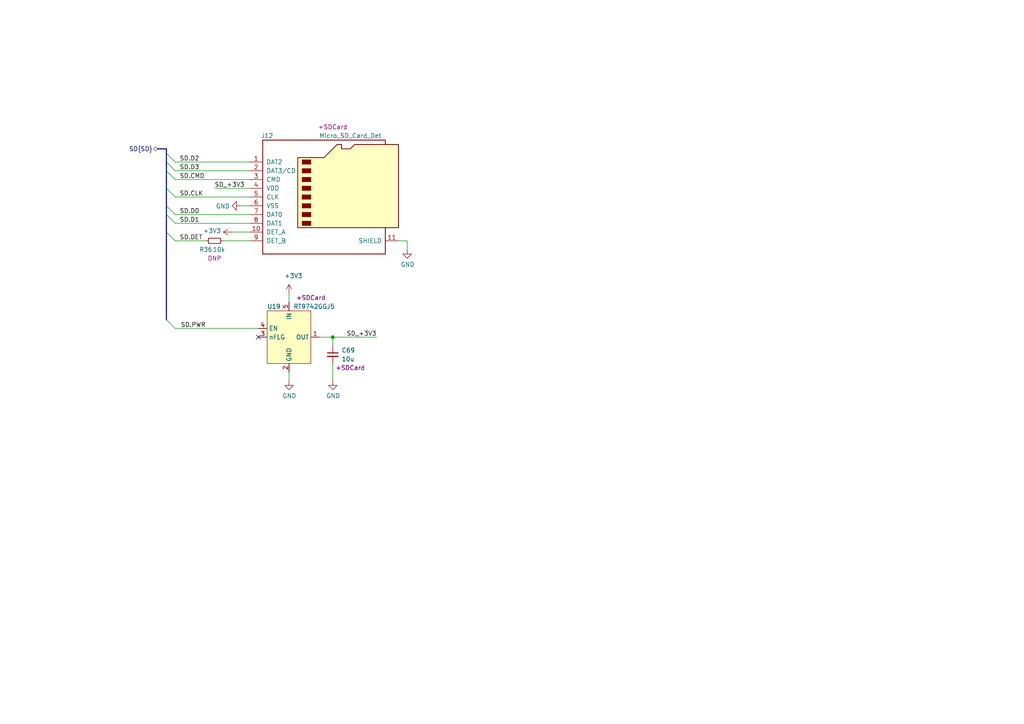
<source format=kicad_sch>
(kicad_sch (version 20201015) (generator eeschema)
  (paper "A4")
  (lib_symbols
    (symbol "Connector:Micro_SD_Card_Det" (pin_names (offset 1.016))
      (property "Reference" "J" (at -16.51 17.78 0))
      (property "Value" "Micro_SD_Card_Det" (at 16.51 17.78 0))
      (symbol "Micro_SD_Card_Det_0_1"
        (rectangle (start -7.62 -6.985) (end -5.08 -8.255) (fill (type outline)))
        (rectangle (start -7.62 -4.445) (end -5.08 -5.715) (fill (type outline)))
        (rectangle (start -7.62 -1.905) (end -5.08 -3.175) (fill (type outline)))
        (rectangle (start -7.62 0.635) (end -5.08 -0.635) (fill (type outline)))
        (rectangle (start -7.62 3.175) (end -5.08 1.905) (fill (type outline)))
        (rectangle (start -7.62 5.715) (end -5.08 4.445) (fill (type outline)))
        (rectangle (start -7.62 8.255) (end -5.08 6.985) (fill (type outline)))
        (rectangle (start -7.62 10.795) (end -5.08 9.525) (fill (type outline)))
        (polyline (pts (xy 16.51 15.24) (xy 16.51 16.51) (xy -19.05 16.51) (xy -19.05 -16.51) (xy 16.51 -16.51) (xy 16.51 -8.89)) (stroke (width 0.254)))
        (polyline (pts (xy -8.89 -8.89) (xy -8.89 11.43) (xy -1.27 11.43) (xy 2.54 15.24) (xy 3.81 15.24) (xy 3.81 13.97) (xy 6.35 13.97) (xy 7.62 15.24) (xy 20.32 15.24) (xy 20.32 -8.89) (xy -8.89 -8.89)) (stroke (width 0.254)) (fill (type background)))
      )
      (symbol "Micro_SD_Card_Det_1_1"
        (pin bidirectional line (at -22.86 10.16 0) (length 3.81) (name "DAT2") (number "1"))
        (pin passive line (at -22.86 -10.16 0) (length 3.81) (name "DET_A") (number "10"))
        (pin passive line (at 20.32 -12.7 180) (length 3.81) (name "SHIELD") (number "11"))
        (pin bidirectional line (at -22.86 7.62 0) (length 3.81) (name "DAT3/CD") (number "2"))
        (pin input line (at -22.86 5.08 0) (length 3.81) (name "CMD") (number "3"))
        (pin power_in line (at -22.86 2.54 0) (length 3.81) (name "VDD") (number "4"))
        (pin input line (at -22.86 0 0) (length 3.81) (name "CLK") (number "5"))
        (pin power_in line (at -22.86 -2.54 0) (length 3.81) (name "VSS") (number "6"))
        (pin bidirectional line (at -22.86 -5.08 0) (length 3.81) (name "DAT0") (number "7"))
        (pin bidirectional line (at -22.86 -7.62 0) (length 3.81) (name "DAT1") (number "8"))
        (pin passive line (at -22.86 -12.7 0) (length 3.81) (name "DET_B") (number "9"))
      )
    )
    (symbol "Device:C_Small" (pin_numbers hide) (pin_names (offset 0.254) hide)
      (property "Reference" "C" (at 0.254 1.778 0))
      (property "Value" "C_Small" (at 0.254 -2.032 0))
      (symbol "C_Small_0_1"
        (polyline (pts (xy -1.524 -0.508) (xy 1.524 -0.508)) (stroke (width 0.3302)))
        (polyline (pts (xy -1.524 0.508) (xy 1.524 0.508)) (stroke (width 0.3048)))
      )
      (symbol "C_Small_1_1"
        (pin passive line (at 0 2.54 270) (length 2.032) (name "~") (number "1"))
        (pin passive line (at 0 -2.54 90) (length 2.032) (name "~") (number "2"))
      )
    )
    (symbol "Device:R_Small" (pin_numbers hide) (pin_names (offset 0.254) hide)
      (property "Reference" "R" (at 0.762 0.508 0))
      (property "Value" "R_Small" (at 0.762 -1.016 0))
      (symbol "R_Small_0_1"
        (rectangle (start -0.762 1.778) (end 0.762 -1.778) (stroke (width 0.2032)))
      )
      (symbol "R_Small_1_1"
        (pin passive line (at 0 2.54 270) (length 0.762) (name "~") (number "1"))
        (pin passive line (at 0 -2.54 90) (length 0.762) (name "~") (number "2"))
      )
    )
    (symbol "LightBlue:RT9742GGJ5"
      (property "Reference" "U" (at -5.08 8.89 0))
      (property "Value" "RT9742GGJ5" (at 7.62 8.89 0))
      (symbol "RT9742GGJ5_0_0"
        (pin power_out line (at 8.89 0 180) (length 2.54) (name "OUT") (number "1"))
        (pin power_in line (at 0 -10.16 90) (length 2.54) (name "GND") (number "2"))
        (pin open_collector line (at -8.89 0 0) (length 2.54) (name "nFLG") (number "3"))
        (pin input line (at -8.89 2.54 0) (length 2.54) (name "EN") (number "4"))
        (pin power_in line (at 0 10.16 270) (length 2.54) (name "IN") (number "5"))
      )
      (symbol "RT9742GGJ5_0_1"
        (rectangle (start -6.35 7.62) (end 6.35 -7.62) (fill (type background)))
      )
    )
    (symbol "power:+3V3" (power) (pin_names (offset 0))
      (property "Value" "+3V3" (at 0 3.556 0))
      (symbol "+3V3_0_1"
        (polyline (pts (xy -0.762 1.27) (xy 0 2.54)))
        (polyline (pts (xy 0 0) (xy 0 2.54)))
        (polyline (pts (xy 0 2.54) (xy 0.762 1.27)))
      )
      (symbol "+3V3_1_1"
        (pin power_in line (at 0 0 90) (length 0) hide (name "+3V3") (number "1"))
      )
    )
    (symbol "power:GND" (power) (pin_names (offset 0))
      (property "Value" "GND" (at 0 -3.81 0))
      (symbol "GND_0_1"
        (polyline (pts (xy 0 0) (xy 0 -1.27) (xy 1.27 -1.27) (xy 0 -2.54) (xy -1.27 -1.27) (xy 0 -1.27)))
      )
      (symbol "GND_1_1"
        (pin power_in line (at 0 0 270) (length 0) hide (name "GND") (number "1"))
      )
    )
  )
  (junction (at 96.52 97.79) (diameter 0.9144))
  (no_connect (at 74.93 97.79))
  (bus_entry (at 48.26 44.45) (size 2.54 2.54) (stroke (width 0.1524)))
  (bus_entry (at 48.26 46.99) (size 2.54 2.54) (stroke (width 0.1524)))
  (bus_entry (at 48.26 49.53) (size 2.54 2.54) (stroke (width 0.1524)))
  (bus_entry (at 48.26 54.61) (size 2.54 2.54) (stroke (width 0.1524)))
  (bus_entry (at 48.26 59.69) (size 2.54 2.54) (stroke (width 0.1524)))
  (bus_entry (at 48.26 62.23) (size 2.54 2.54) (stroke (width 0.1524)))
  (bus_entry (at 48.26 67.31) (size 2.54 2.54) (stroke (width 0.1524)))
  (bus_entry (at 48.26 92.71) (size 2.54 2.54) (stroke (width 0.1524)))
  (wire (pts (xy 50.8 46.99) (xy 72.39 46.99)))
  (wire (pts (xy 50.8 49.53) (xy 72.39 49.53)))
  (wire (pts (xy 50.8 52.07) (xy 72.39 52.07)))
  (wire (pts (xy 50.8 57.15) (xy 72.39 57.15)))
  (wire (pts (xy 50.8 62.23) (xy 72.39 62.23)))
  (wire (pts (xy 50.8 64.77) (xy 72.39 64.77)))
  (wire (pts (xy 50.8 69.85) (xy 59.69 69.85)))
  (wire (pts (xy 50.8 95.25) (xy 74.93 95.25)))
  (wire (pts (xy 62.23 54.61) (xy 72.39 54.61)))
  (wire (pts (xy 64.77 69.85) (xy 72.39 69.85)))
  (wire (pts (xy 67.31 67.31) (xy 72.39 67.31)))
  (wire (pts (xy 72.39 59.69) (xy 69.85 59.69)))
  (wire (pts (xy 83.82 85.09) (xy 83.82 87.63)))
  (wire (pts (xy 83.82 107.95) (xy 83.82 110.49)))
  (wire (pts (xy 92.71 97.79) (xy 96.52 97.79)))
  (wire (pts (xy 96.52 97.79) (xy 96.52 100.33)))
  (wire (pts (xy 96.52 97.79) (xy 109.22 97.79)))
  (wire (pts (xy 96.52 105.41) (xy 96.52 110.49)))
  (wire (pts (xy 115.57 69.85) (xy 118.11 69.85)))
  (wire (pts (xy 118.11 69.85) (xy 118.11 72.39)))
  (bus (pts (xy 45.72 43.18) (xy 48.26 43.18)))
  (bus (pts (xy 48.26 43.18) (xy 48.26 44.45)))
  (bus (pts (xy 48.26 44.45) (xy 48.26 46.99)))
  (bus (pts (xy 48.26 49.53) (xy 48.26 46.99)))
  (bus (pts (xy 48.26 49.53) (xy 48.26 54.61)))
  (bus (pts (xy 48.26 54.61) (xy 48.26 59.69)))
  (bus (pts (xy 48.26 62.23) (xy 48.26 59.69)))
  (bus (pts (xy 48.26 62.23) (xy 48.26 67.31)))
  (bus (pts (xy 48.26 67.31) (xy 48.26 92.71)))
  (label "SD.D2" (at 52.07 46.99 0))
  (label "SD.D3" (at 52.07 49.53 0))
  (label "SD.CMD" (at 52.07 52.07 0))
  (label "SD.CLK" (at 52.07 57.15 0))
  (label "SD.D0" (at 52.07 62.23 0))
  (label "SD.D1" (at 52.07 64.77 0))
  (label "SD.DET" (at 52.07 69.85 0))
  (label "SD.PWR" (at 59.69 95.25 180))
  (label "SD_+3V3" (at 62.23 54.61 0))
  (label "SD_+3V3" (at 109.22 97.79 180))
  (hierarchical_label "SD{SD}" (shape bidirectional) (at 45.72 43.18 180))
  (symbol (lib_id "power:+3V3") (at 67.31 67.31 90) (unit 1)
    (property "Reference" "#PWR0243" (effects hide))
    (property "Value" "+3V3" (at 64.1349 66.9417 90) (effects (justify left)))
  )
  (symbol (lib_id "power:+3V3") (at 83.82 85.09 0) (unit 1)
    (property "Reference" "#PWR0239" (effects hide))
    (property "Value" "+3V3" (at 85.09 80.01 0))
  )
  (symbol (lib_id "power:GND") (at 69.85 59.69 270) (unit 1)
    (property "Reference" "#PWR0238" (effects hide))
    (property "Value" "GND" (at 66.675 59.8043 90) (effects (justify right)))
  )
  (symbol (lib_id "power:GND") (at 83.82 110.49 0) (unit 1)
    (property "Reference" "#PWR0242" (effects hide))
    (property "Value" "GND" (at 83.9343 114.8144 0))
  )
  (symbol (lib_id "power:GND") (at 96.52 110.49 0) (unit 1)
    (property "Reference" "#PWR0241" (effects hide))
    (property "Value" "GND" (at 96.6343 114.8144 0))
  )
  (symbol (lib_id "power:GND") (at 118.11 72.39 0) (unit 1)
    (property "Reference" "#PWR0240" (effects hide))
    (property "Value" "GND" (at 118.2243 76.7144 0))
  )
  (symbol (lib_id "Device:R_Small") (at 62.23 69.85 270) (unit 1)
    (property "Reference" "R36" (at 59.69 72.39 90))
    (property "Value" "10k" (at 63.5 72.39 90))
    (property "Config" "DNP" (at 62.23 74.93 90))
  )
  (symbol (lib_id "Device:C_Small") (at 96.52 102.87 0) (unit 1)
    (property "Reference" "C69" (at 99.06 101.6 0) (effects (justify left)))
    (property "Value" "10u" (at 99.06 104.14 0) (effects (justify left)))
    (property "Footprint" "Capacitor_SMD:C_0805_2012Metric" (effects hide))
    (property "Config" "+SDCard" (at 101.6 106.68 0))
  )
  (symbol (lib_id "LightBlue:RT9742GGJ5") (at 83.82 97.79 0) (unit 1)
    (property "Reference" "U19" (at 77.47 88.9 0) (effects (justify left)))
    (property "Value" "RT9742GGJ5" (at 85.09 88.9 0) (effects (justify left)))
    (property "Footprint" "Package_TO_SOT_SMD:SOT-23-5" (effects hide))
    (property "Datasheet" "https://www.richtek.com/assets/product_file/RT9742/DS9742-00.pdf" (effects hide))
    (property "Config" "+SDCard" (at 90.17 86.36 0))
  )
  (symbol (lib_id "Connector:Micro_SD_Card_Det") (at 95.25 57.15 0) (unit 1)
    (property "Reference" "J12" (at 77.47 39.37 0))
    (property "Value" "Micro_SD_Card_Det" (at 101.6 39.37 0))
    (property "Footprint" "Connector_Card:microSD_HC_Molex_104031-0811" (effects hide))
    (property "Datasheet" "https://www.hirose.com/product/en/download_file/key_name/DM3/category/Catalog/doc_file_id/49662/?file_category_id=4&item_id=195&is_series=1" (effects hide))
    (property "Config" "+SDCard" (at 96.52 36.83 0))
  )
)
</source>
